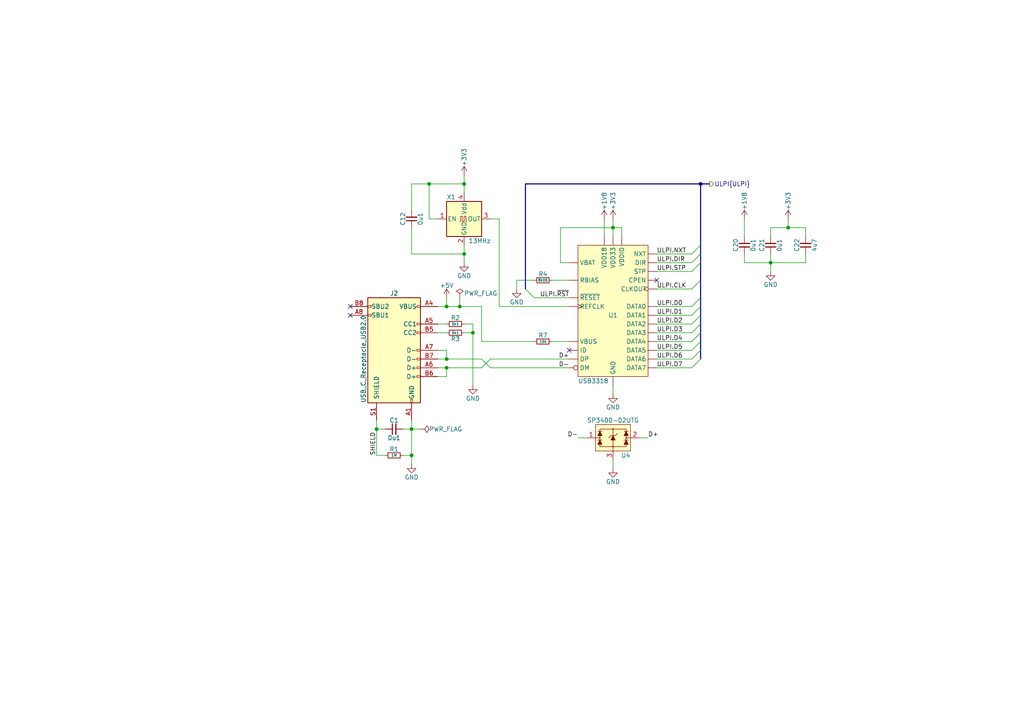
<source format=kicad_sch>
(kicad_sch (version 20211123) (generator eeschema)
  (paper "A4")
  (lib_symbols
    (symbol "DX-MON:SP3400-02UTG" (pin_names hide)
      (property "Reference" "U" (at 5.08 -5.08 0))
      (property "Value" "SP3400-02UTG" (at 0 5.08 0))
      (symbol "SP3400-02UTG_0_1"
        (rectangle (start -5.08 3.81) (end 5.08 -3.81) (stroke (width 0.1524)) (fill (type background)))
        (circle (center -3.81 0) (radius 0.127) (stroke (width 0.1524)))
        (circle (center 0 -2.54) (radius 0.127) (stroke (width 0.1524)))
        (polyline (pts (xy -4.445 -0.635) (xy -3.175 -0.635)) (stroke (width 0.1524)))
        (polyline (pts (xy -4.445 1.905) (xy -3.175 1.905)) (stroke (width 0.1524)))
        (polyline (pts (xy -3.81 0) (xy -5.08 0)) (stroke (width 0.1524)))
        (polyline (pts (xy -3.81 0.635) (xy -3.81 -0.635)) (stroke (width 0.1524)))
        (polyline (pts (xy 0 -2.54) (xy 0 -3.81)) (stroke (width 0.1524)))
        (polyline (pts (xy 0 -2.54) (xy 0 -0.635)) (stroke (width 0.1524)))
        (polyline (pts (xy 0 2.54) (xy 0 0.635)) (stroke (width 0.1524)))
        (polyline (pts (xy 3.175 -0.635) (xy 4.445 -0.635)) (stroke (width 0.1524)))
        (polyline (pts (xy 3.175 1.905) (xy 4.445 1.905)) (stroke (width 0.1524)))
        (polyline (pts (xy 3.81 0.635) (xy 3.81 -0.635)) (stroke (width 0.1524)))
        (polyline (pts (xy 5.08 0) (xy 3.81 0)) (stroke (width 0.1524)))
        (polyline (pts (xy -3.81 -0.635) (xy -4.445 -1.905) (xy -3.175 -1.905) (xy -3.81 -0.635)) (stroke (width 0.1524)) (fill (type outline)))
        (polyline (pts (xy -3.81 1.905) (xy -4.445 0.635) (xy -3.175 0.635) (xy -3.81 1.905)) (stroke (width 0.1524)) (fill (type outline)))
        (polyline (pts (xy -3.81 1.905) (xy -3.81 2.54) (xy 3.81 2.54) (xy 3.81 1.905)) (stroke (width 0.1524)))
        (polyline (pts (xy -1.27 0) (xy -0.635 0.635) (xy 0.635 0.635) (xy 1.27 1.27)) (stroke (width 0.1524)))
        (polyline (pts (xy 0 0.635) (xy -0.635 -0.635) (xy 0.635 -0.635) (xy 0 0.635)) (stroke (width 0.1524)) (fill (type outline)))
        (polyline (pts (xy 3.81 -1.905) (xy 3.81 -2.54) (xy -3.81 -2.54) (xy -3.81 -1.905)) (stroke (width 0.1524)))
        (polyline (pts (xy 3.81 -0.635) (xy 3.175 -1.905) (xy 4.445 -1.905) (xy 3.81 -0.635)) (stroke (width 0.1524)) (fill (type outline)))
        (polyline (pts (xy 3.81 1.905) (xy 3.175 0.635) (xy 4.445 0.635) (xy 3.81 1.905)) (stroke (width 0.1524)) (fill (type outline)))
        (circle (center 0 2.54) (radius 0.127) (stroke (width 0.1524)))
        (circle (center 3.81 0) (radius 0.127) (stroke (width 0.1524)))
      )
      (symbol "SP3400-02UTG_1_1"
        (pin passive line (at -7.62 0 0) (length 2.54) (name "IO1") (number "1"))
        (pin passive line (at 7.62 0 180) (length 2.54) (name "IO2") (number "2"))
        (pin passive line (at 0 -6.35 90) (length 2.54) (name "GND") (number "3"))
        (pin passive line (at 0 -6.35 90) (length 2.54) hide (name "GND") (number "4"))
        (pin passive line (at 7.62 0 180) (length 2.54) hide (name "NC") (number "5"))
        (pin passive line (at -7.62 0 0) (length 2.54) hide (name "NC") (number "6"))
      )
    )
    (symbol "DX-MON:TXC-8W" (pin_names (offset 0.254))
      (property "Reference" "X" (at -5.08 6.35 0))
      (property "Value" "TXC-8W" (at 1.27 -6.35 0))
      (symbol "TXC-8W_0_1"
        (rectangle (start -5.08 5.08) (end 5.08 -5.08) (stroke (width 0.254)) (fill (type background)))
        (polyline (pts (xy -1.27 -0.762) (xy -1.016 -0.762) (xy -1.016 0.762) (xy -0.508 0.762) (xy -0.508 -0.762) (xy 0 -0.762) (xy 0 0.762) (xy 0.508 0.762) (xy 0.508 -0.762) (xy 0.762 -0.762)))
      )
      (symbol "TXC-8W_1_1"
        (pin input line (at -7.62 0 0) (length 2.54) (name "EN") (number "1"))
        (pin power_in line (at 0 -7.62 90) (length 2.54) (name "GND") (number "2"))
        (pin output line (at 7.62 0 180) (length 2.54) (name "OUT") (number "3"))
        (pin power_in line (at 0 7.62 270) (length 2.54) (name "Vdd") (number "4"))
      )
    )
    (symbol "DX-MON:USB3318" (pin_numbers hide)
      (property "Reference" "U" (at 0 0 0))
      (property "Value" "USB3318" (at 10.16 -19.05 0))
      (symbol "USB3318_0_1"
        (rectangle (start -10.16 20.32) (end 10.16 -17.78) (stroke (width 0.1524)) (fill (type background)))
      )
      (symbol "USB3318_1_1"
        (pin input line (at 12.7 -10.16 180) (length 2.54) (name "ID") (number "1"))
        (pin bidirectional line (at -12.7 -10.16 0) (length 2.54) (name "DATA5") (number "10"))
        (pin bidirectional line (at -12.7 -7.62 0) (length 2.54) (name "DATA4") (number "11"))
        (pin output clock (at -12.7 7.62 0) (length 2.54) (name "CLKOUT") (number "12"))
        (pin bidirectional line (at -12.7 -5.08 0) (length 2.54) (name "DATA3") (number "13"))
        (pin bidirectional line (at -12.7 -2.54 0) (length 2.54) (name "DATA2") (number "14"))
        (pin bidirectional line (at -12.7 0 0) (length 2.54) (name "DATA1") (number "15"))
        (pin bidirectional line (at -12.7 2.54 0) (length 2.54) (name "DATA0") (number "16"))
        (pin power_in line (at -2.54 22.86 270) (length 2.54) (name "VDDIO") (number "17"))
        (pin output line (at -12.7 17.78 0) (length 2.54) (name "NXT") (number "18"))
        (pin output line (at -12.7 15.24 0) (length 2.54) (name "DIR") (number "19"))
        (pin input line (at 12.7 -7.62 180) (length 2.54) (name "VBUS") (number "2"))
        (pin input line (at -12.7 12.7 0) (length 2.54) (name "STP") (number "20"))
        (pin power_in line (at 2.54 22.86 270) (length 2.54) (name "VDD18") (number "21"))
        (pin input line (at 12.7 5.08 180) (length 2.54) (name "~{RESET}") (number "22"))
        (pin input clock (at 12.7 2.54 180) (length 2.54) (name "REFCLK") (number "23"))
        (pin passive line (at 12.7 10.16 180) (length 2.54) (name "RBIAS") (number "24"))
        (pin power_in line (at 0 -20.32 90) (length 2.54) (name "GND") (number "25"))
        (pin power_in line (at 12.7 15.24 180) (length 2.54) (name "VBAT") (number "3"))
        (pin power_in line (at 0 22.86 270) (length 2.54) (name "VDD33") (number "4"))
        (pin bidirectional inverted (at 12.7 -15.24 180) (length 2.54) (name "DM") (number "5"))
        (pin bidirectional line (at 12.7 -12.7 180) (length 2.54) (name "DP") (number "6"))
        (pin output line (at -12.7 10.16 0) (length 2.54) (name "CPEN") (number "7"))
        (pin bidirectional line (at -12.7 -15.24 0) (length 2.54) (name "DATA7") (number "8"))
        (pin bidirectional line (at -12.7 -12.7 0) (length 2.54) (name "DATA6") (number "9"))
      )
    )
    (symbol "DX_MON:USB_C_Receptacle_USB2.0" (pin_names (offset 1.016))
      (property "Reference" "J" (at 0 16.51 0))
      (property "Value" "USB_C_Receptacle_USB2.0" (at -8.89 -2.54 90))
      (symbol "USB_C_Receptacle_USB2.0_0_0"
        (rectangle (start -7.62 9.906) (end -6.604 10.414))
        (rectangle (start -7.62 12.446) (end -6.604 12.954))
        (rectangle (start 4.826 -15.24) (end 5.334 -14.224))
        (rectangle (start 7.62 -7.366) (end 6.604 -7.874))
        (rectangle (start 7.62 -4.826) (end 6.604 -5.334))
        (rectangle (start 7.62 -2.286) (end 6.604 -2.794))
        (rectangle (start 7.62 0.254) (end 6.604 -0.254))
        (rectangle (start 7.62 5.334) (end 6.604 4.826))
        (rectangle (start 7.62 7.874) (end 6.604 7.366))
        (rectangle (start 7.62 12.954) (end 6.604 12.446))
      )
      (symbol "USB_C_Receptacle_USB2.0_0_1"
        (rectangle (start -7.62 15.24) (end 7.62 -15.24) (stroke (width 0.254)) (fill (type background)))
      )
      (symbol "USB_C_Receptacle_USB2.0_1_1"
        (pin passive line (at 5.08 -20.32 90) (length 5.08) (name "GND") (number "A1"))
        (pin passive line (at 5.08 -20.32 90) (length 5.08) hide (name "GND") (number "A12"))
        (pin passive line (at 12.7 12.7 180) (length 5.08) (name "VBUS") (number "A4"))
        (pin bidirectional line (at 12.7 7.62 180) (length 5.08) (name "CC1") (number "A5"))
        (pin bidirectional line (at 12.7 -5.08 180) (length 5.08) (name "D+") (number "A6"))
        (pin bidirectional line (at 12.7 0 180) (length 5.08) (name "D-") (number "A7"))
        (pin bidirectional line (at -12.7 10.16 0) (length 5.08) (name "SBU1") (number "A8"))
        (pin passive line (at 12.7 12.7 180) (length 5.08) hide (name "VBUS") (number "A9"))
        (pin passive line (at 5.08 -20.32 90) (length 5.08) hide (name "GND") (number "B1"))
        (pin passive line (at 5.08 -20.32 90) (length 5.08) hide (name "GND") (number "B12"))
        (pin passive line (at 12.7 12.7 180) (length 5.08) hide (name "VBUS") (number "B4"))
        (pin bidirectional line (at 12.7 5.08 180) (length 5.08) (name "CC2") (number "B5"))
        (pin bidirectional line (at 12.7 -7.62 180) (length 5.08) (name "D+") (number "B6"))
        (pin bidirectional line (at 12.7 -2.54 180) (length 5.08) (name "D-") (number "B7"))
        (pin bidirectional line (at -12.7 12.7 0) (length 5.08) (name "SBU2") (number "B8"))
        (pin passive line (at 12.7 12.7 180) (length 5.08) hide (name "VBUS") (number "B9"))
        (pin passive line (at -5.08 -20.32 90) (length 5.08) (name "SHIELD") (number "S1"))
      )
    )
    (symbol "Device:C_Small" (pin_numbers hide) (pin_names (offset 0.254) hide)
      (property "Reference" "C" (at 0.254 1.778 0))
      (property "Value" "C_Small" (at 0.254 -2.032 0))
      (symbol "C_Small_0_1"
        (polyline (pts (xy -1.524 -0.508) (xy 1.524 -0.508)) (stroke (width 0.3302)))
        (polyline (pts (xy -1.524 0.508) (xy 1.524 0.508)) (stroke (width 0.3048)))
      )
      (symbol "C_Small_1_1"
        (pin passive line (at 0 2.54 270) (length 2.032) (name "~") (number "1"))
        (pin passive line (at 0 -2.54 90) (length 2.032) (name "~") (number "2"))
      )
    )
    (symbol "Device:R_Small" (pin_numbers hide) (pin_names (offset 0.254) hide)
      (property "Reference" "R" (at 0.762 0.508 0))
      (property "Value" "R_Small" (at 0.762 -1.016 0))
      (symbol "R_Small_0_1"
        (rectangle (start -0.762 1.778) (end 0.762 -1.778) (stroke (width 0.2032)))
      )
      (symbol "R_Small_1_1"
        (pin passive line (at 0 2.54 270) (length 0.762) (name "~") (number "1"))
        (pin passive line (at 0 -2.54 90) (length 0.762) (name "~") (number "2"))
      )
    )
    (symbol "power:+1V8" (power) (pin_names (offset 0))
      (property "Value" "+1V8" (at 0 3.556 0))
      (symbol "+1V8_0_1"
        (polyline (pts (xy -0.762 1.27) (xy 0 2.54)))
        (polyline (pts (xy 0 0) (xy 0 2.54)))
        (polyline (pts (xy 0 2.54) (xy 0.762 1.27)))
      )
      (symbol "+1V8_1_1"
        (pin power_in line (at 0 0 90) (length 0) hide (name "+1V8") (number "1"))
      )
    )
    (symbol "power:+3V3" (power) (pin_names (offset 0))
      (property "Value" "+3V3" (at 0 3.556 0))
      (symbol "+3V3_0_1"
        (polyline (pts (xy -0.762 1.27) (xy 0 2.54)))
        (polyline (pts (xy 0 0) (xy 0 2.54)))
        (polyline (pts (xy 0 2.54) (xy 0.762 1.27)))
      )
      (symbol "+3V3_1_1"
        (pin power_in line (at 0 0 90) (length 0) hide (name "+3V3") (number "1"))
      )
    )
    (symbol "power:+5V" (power) (pin_names (offset 0))
      (property "Value" "+5V" (at 0 3.556 0))
      (symbol "+5V_0_1"
        (polyline (pts (xy -0.762 1.27) (xy 0 2.54)))
        (polyline (pts (xy 0 0) (xy 0 2.54)))
        (polyline (pts (xy 0 2.54) (xy 0.762 1.27)))
      )
      (symbol "+5V_1_1"
        (pin power_in line (at 0 0 90) (length 0) hide (name "+5V") (number "1"))
      )
    )
    (symbol "power:GND" (power) (pin_names (offset 0))
      (property "Value" "GND" (at 0 -3.81 0))
      (symbol "GND_0_1"
        (polyline (pts (xy 0 0) (xy 0 -1.27) (xy 1.27 -1.27) (xy 0 -2.54) (xy -1.27 -1.27) (xy 0 -1.27)))
      )
      (symbol "GND_1_1"
        (pin power_in line (at 0 0 270) (length 0) hide (name "GND") (number "1"))
      )
    )
    (symbol "power:PWR_FLAG" (power) (pin_numbers hide) (pin_names (offset 0) hide)
      (property "Value" "PWR_FLAG" (at 0 3.81 0))
      (symbol "PWR_FLAG_0_0"
        (pin power_out line (at 0 0 90) (length 0) (name "pwr") (number "1"))
      )
      (symbol "PWR_FLAG_0_1"
        (polyline (pts (xy 0 0) (xy 0 1.27) (xy -1.016 1.905) (xy 0 2.54) (xy 1.016 1.905) (xy 0 1.27)))
      )
    )
  )
  (junction (at 134.62 53.34))
  (junction (at 228.6 66.04))
  (junction (at 133.35 88.9))
  (junction (at 129.54 88.9))
  (junction (at 119.38 124.46))
  (junction (at 119.38 132.08))
  (junction (at 124.46 53.34))
  (junction (at 129.54 104.14))
  (junction (at 109.22 124.46))
  (junction (at 129.54 106.68))
  (junction (at 134.62 73.66))
  (junction (at 223.52 76.2))
  (junction (at 177.8 66.04))
  (junction (at 203.2 53.34))
  (junction (at 137.16 96.52))
  (no_connect (at 165.1 101.6))
  (no_connect (at 101.6 88.9))
  (no_connect (at 190.5 81.28))
  (no_connect (at 101.6 91.44))
  (bus_entry (at 203.2 104.14) (size -2.54 2.54))
  (bus_entry (at 203.2 96.52) (size -2.54 2.54))
  (bus_entry (at 203.2 73.66) (size -2.54 2.54))
  (bus_entry (at 203.2 81.28) (size -2.54 2.54))
  (bus_entry (at 152.4 83.82) (size 2.54 2.54))
  (bus_entry (at 203.2 99.06) (size -2.54 2.54))
  (bus_entry (at 203.2 71.12) (size -2.54 2.54))
  (bus_entry (at 203.2 76.2) (size -2.54 2.54))
  (bus_entry (at 203.2 86.36) (size -2.54 2.54))
  (bus_entry (at 203.2 93.98) (size -2.54 2.54))
  (bus_entry (at 203.2 88.9) (size -2.54 2.54))
  (bus_entry (at 203.2 91.44) (size -2.54 2.54))
  (bus_entry (at 203.2 101.6) (size -2.54 2.54))
  (wire (pts (xy 223.52 76.2) (xy 223.52 78.74)))
  (wire (pts (xy 139.7 88.9) (xy 139.7 99.06)))
  (wire (pts (xy 133.35 88.9) (xy 139.7 88.9)))
  (wire (pts (xy 119.38 121.92) (xy 119.38 124.46)))
  (wire (pts (xy 134.62 50.8) (xy 134.62 53.34)))
  (wire (pts (xy 127 104.14) (xy 129.54 104.14)))
  (wire (pts (xy 127 109.22) (xy 129.54 109.22)))
  (wire (pts (xy 133.35 86.36) (xy 133.35 88.9)))
  (wire (pts (xy 129.54 106.68) (xy 139.7 106.68)))
  (bus (pts (xy 203.2 53.34) (xy 203.2 71.12)))
  (wire (pts (xy 177.8 133.35) (xy 177.8 135.89)))
  (bus (pts (xy 203.2 96.52) (xy 203.2 99.06)))
  (wire (pts (xy 187.96 127) (xy 185.42 127)))
  (wire (pts (xy 200.66 83.82) (xy 190.5 83.82)))
  (wire (pts (xy 200.66 73.66) (xy 190.5 73.66)))
  (wire (pts (xy 200.66 91.44) (xy 190.5 91.44)))
  (wire (pts (xy 165.1 88.9) (xy 144.78 88.9)))
  (wire (pts (xy 175.26 68.58) (xy 175.26 63.5)))
  (wire (pts (xy 233.68 73.66) (xy 233.68 76.2)))
  (wire (pts (xy 215.9 73.66) (xy 215.9 76.2)))
  (wire (pts (xy 111.76 124.46) (xy 109.22 124.46)))
  (wire (pts (xy 139.7 99.06) (xy 154.94 99.06)))
  (wire (pts (xy 233.68 66.04) (xy 228.6 66.04)))
  (wire (pts (xy 129.54 104.14) (xy 139.7 104.14)))
  (bus (pts (xy 205.74 53.34) (xy 203.2 53.34)))
  (bus (pts (xy 203.2 76.2) (xy 203.2 81.28)))
  (wire (pts (xy 129.54 93.98) (xy 127 93.98)))
  (wire (pts (xy 129.54 86.36) (xy 129.54 88.9)))
  (wire (pts (xy 139.7 106.68) (xy 142.24 104.14)))
  (wire (pts (xy 142.24 63.5) (xy 144.78 63.5)))
  (wire (pts (xy 119.38 53.34) (xy 124.46 53.34)))
  (wire (pts (xy 149.86 83.82) (xy 149.86 81.28)))
  (wire (pts (xy 119.38 60.96) (xy 119.38 53.34)))
  (bus (pts (xy 203.2 53.34) (xy 152.4 53.34)))
  (wire (pts (xy 109.22 124.46) (xy 109.22 132.08)))
  (wire (pts (xy 154.94 86.36) (xy 165.1 86.36)))
  (wire (pts (xy 137.16 96.52) (xy 137.16 93.98)))
  (wire (pts (xy 162.56 66.04) (xy 177.8 66.04)))
  (wire (pts (xy 200.66 88.9) (xy 190.5 88.9)))
  (bus (pts (xy 203.2 71.12) (xy 203.2 73.66)))
  (bus (pts (xy 203.2 91.44) (xy 203.2 93.98)))
  (wire (pts (xy 119.38 66.04) (xy 119.38 73.66)))
  (wire (pts (xy 223.52 68.58) (xy 223.52 66.04)))
  (wire (pts (xy 165.1 76.2) (xy 162.56 76.2)))
  (wire (pts (xy 134.62 53.34) (xy 124.46 53.34)))
  (wire (pts (xy 129.54 106.68) (xy 127 106.68)))
  (wire (pts (xy 233.68 76.2) (xy 223.52 76.2)))
  (wire (pts (xy 116.84 124.46) (xy 119.38 124.46)))
  (wire (pts (xy 162.56 76.2) (xy 162.56 66.04)))
  (bus (pts (xy 203.2 86.36) (xy 203.2 88.9)))
  (wire (pts (xy 119.38 73.66) (xy 134.62 73.66)))
  (wire (pts (xy 200.66 78.74) (xy 190.5 78.74)))
  (wire (pts (xy 121.92 124.46) (xy 119.38 124.46)))
  (wire (pts (xy 129.54 104.14) (xy 129.54 101.6)))
  (wire (pts (xy 200.66 99.06) (xy 190.5 99.06)))
  (wire (pts (xy 137.16 93.98) (xy 134.62 93.98)))
  (wire (pts (xy 215.9 68.58) (xy 215.9 63.5)))
  (bus (pts (xy 203.2 93.98) (xy 203.2 96.52)))
  (wire (pts (xy 129.54 101.6) (xy 127 101.6)))
  (wire (pts (xy 200.66 96.52) (xy 190.5 96.52)))
  (wire (pts (xy 170.18 127) (xy 167.64 127)))
  (wire (pts (xy 177.8 63.5) (xy 177.8 66.04)))
  (wire (pts (xy 200.66 104.14) (xy 190.5 104.14)))
  (wire (pts (xy 137.16 111.76) (xy 137.16 96.52)))
  (wire (pts (xy 134.62 96.52) (xy 137.16 96.52)))
  (bus (pts (xy 203.2 101.6) (xy 203.2 104.14)))
  (wire (pts (xy 177.8 66.04) (xy 177.8 68.58)))
  (wire (pts (xy 109.22 121.92) (xy 109.22 124.46)))
  (wire (pts (xy 119.38 132.08) (xy 119.38 134.62)))
  (wire (pts (xy 180.34 66.04) (xy 177.8 66.04)))
  (wire (pts (xy 200.66 93.98) (xy 190.5 93.98)))
  (wire (pts (xy 177.8 114.3) (xy 177.8 111.76)))
  (wire (pts (xy 233.68 68.58) (xy 233.68 66.04)))
  (wire (pts (xy 119.38 124.46) (xy 119.38 132.08)))
  (wire (pts (xy 144.78 63.5) (xy 144.78 88.9)))
  (wire (pts (xy 139.7 104.14) (xy 142.24 106.68)))
  (wire (pts (xy 129.54 109.22) (xy 129.54 106.68)))
  (bus (pts (xy 203.2 99.06) (xy 203.2 101.6)))
  (bus (pts (xy 152.4 53.34) (xy 152.4 83.82)))
  (wire (pts (xy 134.62 53.34) (xy 134.62 55.88)))
  (wire (pts (xy 127 96.52) (xy 129.54 96.52)))
  (wire (pts (xy 134.62 73.66) (xy 134.62 71.12)))
  (wire (pts (xy 127 88.9) (xy 129.54 88.9)))
  (wire (pts (xy 116.84 132.08) (xy 119.38 132.08)))
  (wire (pts (xy 200.66 76.2) (xy 190.5 76.2)))
  (wire (pts (xy 134.62 76.2) (xy 134.62 73.66)))
  (wire (pts (xy 180.34 68.58) (xy 180.34 66.04)))
  (wire (pts (xy 165.1 81.28) (xy 160.02 81.28)))
  (wire (pts (xy 160.02 99.06) (xy 165.1 99.06)))
  (wire (pts (xy 200.66 101.6) (xy 190.5 101.6)))
  (wire (pts (xy 142.24 104.14) (xy 165.1 104.14)))
  (wire (pts (xy 200.66 106.68) (xy 190.5 106.68)))
  (wire (pts (xy 223.52 66.04) (xy 228.6 66.04)))
  (bus (pts (xy 203.2 73.66) (xy 203.2 76.2)))
  (wire (pts (xy 228.6 66.04) (xy 228.6 63.5)))
  (wire (pts (xy 124.46 53.34) (xy 124.46 63.5)))
  (wire (pts (xy 129.54 88.9) (xy 133.35 88.9)))
  (bus (pts (xy 203.2 81.28) (xy 203.2 86.36)))
  (wire (pts (xy 109.22 132.08) (xy 111.76 132.08)))
  (wire (pts (xy 149.86 81.28) (xy 154.94 81.28)))
  (wire (pts (xy 142.24 106.68) (xy 165.1 106.68)))
  (bus (pts (xy 203.2 88.9) (xy 203.2 91.44)))
  (wire (pts (xy 223.52 73.66) (xy 223.52 76.2)))
  (wire (pts (xy 215.9 76.2) (xy 223.52 76.2)))
  (wire (pts (xy 124.46 63.5) (xy 127 63.5)))
  (label "D-" (at 165.1 106.68 180))
  (label "SHIELD" (at 109.22 132.08 90))
  (label "D-" (at 167.64 127 180))
  (label "ULPI.NXT" (at 190.5 73.66 0))
  (label "D+" (at 187.96 127 0))
  (label "D+" (at 165.1 104.14 180))
  (label "ULPI.D4" (at 190.5 99.06 0))
  (label "ULPI.DIR" (at 190.5 76.2 0))
  (label "ULPI.D6" (at 190.5 104.14 0))
  (label "ULPI.D2" (at 190.5 93.98 0))
  (label "ULPI.D7" (at 190.5 106.68 0))
  (label "ULPI.D3" (at 190.5 96.52 0))
  (label "ULPI.STP" (at 190.5 78.74 0))
  (label "ULPI.D1" (at 190.5 91.44 0))
  (label "ULPI.~{RST}" (at 165.1 86.36 180))
  (label "ULPI.D0" (at 190.5 88.9 0))
  (label "ULPI.CLK" (at 190.5 83.82 0))
  (label "ULPI.D5" (at 190.5 101.6 0))
  (hierarchical_label "ULPI{ULPI}" (shape output) (at 205.74 53.34 0))
  (symbol (lib_id "power:+1V8") (at 215.9 63.5 0) (unit 1)
    (property "Reference" "#PWR041" (effects hide))
    (property "Value" "+1V8" (at 215.9 60.96 90) (effects (justify left)))
  )
  (symbol (lib_id "power:+1V8") (at 175.26 63.5 0) (unit 1)
    (property "Reference" "#PWR031" (effects hide))
    (property "Value" "+1V8" (at 175.26 60.96 90) (effects (justify left)))
  )
  (symbol (lib_id "power:GND") (at 119.38 134.62 0) (unit 1)
    (property "Reference" "#PWR0103" (effects hide))
    (property "Value" "GND" (at 119.38 138.43 0))
  )
  (symbol (lib_id "power:+3V3") (at 228.6 63.5 0) (unit 1)
    (property "Reference" "#PWR043" (effects hide))
    (property "Value" "+3V3" (at 228.6 60.96 90) (effects (justify left)))
  )
  (symbol (lib_id "power:+5V") (at 129.54 86.36 0) (unit 1)
    (property "Reference" "#PWR0104" (effects hide))
    (property "Value" "+5V" (at 129.54 82.804 0))
  )
  (symbol (lib_id "DX_MON:USB_C_Receptacle_USB2.0") (at 114.3 101.6 0) (unit 1)
    (property "Reference" "J2" (at 114.3 85.09 0))
    (property "Value" "USB_C_Receptacle_USB2.0" (at 105.41 104.14 90))
    (property "Footprint" "rhais_usb:USB_C_Receptacle_HRO_TYPE-C-31-M-12" (effects hide))
    (property "Datasheet" "https://datasheet.lcsc.com/lcsc/2108131730_Korean-Hroparts-Elec-TYPE-C-31-M-12_C165948.pdf" (effects hide))
    (property "MFR" "Korean Hroparts" (effects hide))
    (property "MPN" "TYPE-C-31-M-12" (effects hide))
    (property "OC_LCSC" "C165948" (effects hide))
    (property "URL_LCSC" "https://lcsc.com/product-detail/USB-Connectors_Korean-Hroparts-Elec-TYPE-C-31-M-12_C165948.html" (effects hide))
  )
  (symbol (lib_id "Device:C_Small") (at 233.68 71.12 180) (unit 1)
    (property "Reference" "C22" (at 231.14 71.12 90))
    (property "Value" "4u7" (at 236.22 71.12 90))
    (property "Footprint" "rhais_rcl:C0603" (effects hide))
    (property "Datasheet" "https://product.tdk.com/system/files/dam/doc/product/capacitor/ceramic/mlcc/charasheet/c1608x5r1c475k080ac.pdf" (effects hide))
    (property "MFR" "TDK" (effects hide))
    (property "MPN" "C1608X5R1C475K080AC" (effects hide))
    (property "OC_DIGIKEY" "445-7478-1-ND" (effects hide))
    (property "URL_DIGIKEY" "https://www.digikey.com/en/products/detail/tdk-corporation/C1608X5R1C475K080AC/2732913" (effects hide))
  )
  (symbol (lib_id "Device:C_Small") (at 114.3 124.46 90) (unit 1)
    (property "Reference" "C1" (at 114.3 121.92 90))
    (property "Value" "0u1" (at 114.3 127 90))
    (property "Footprint" "rhais_rcl:C0603" (effects hide))
    (property "Datasheet" "https://product.tdk.com/system/files/dam/doc/product/capacitor/ceramic/mlcc/catalog/mlcc_automotive_general_en.pdf" (effects hide))
    (property "OC_FARNELL" "2310559" (effects hide))
    (property "URL_FARNELL" "https://uk.farnell.com/multicomp/mc0603b104j250ct/cap-0-1-f-25v-5-x7r-0603-reel/dp/2310559" (effects hide))
    (property "MFR" "TDK Corporation" (effects hide))
    (property "MPN" "CGA3E2X7R1E104K080AA" (effects hide))
    (property "OC_DIGIKEY" "445-5667-1-ND" (effects hide))
    (property "URL_DIGIKEY" "https://www.digikey.com/en/products/detail/tdk-corporation/CGA3E2X7R1E104K080AA/2443145" (effects hide))
  )
  (symbol (lib_id "Device:R_Small") (at 132.08 96.52 90) (mirror x) (unit 1)
    (property "Reference" "R3" (at 132.08 98.298 90))
    (property "Value" "5k1" (at 132.08 96.52 90) (effects (font (size 0.762 0.762))))
    (property "Footprint" "rhais_rcl:R0603" (effects hide))
    (property "Datasheet" "https://www.vishay.com/docs/20035/dcrcwe3.pdf" (effects hide))
    (property "MFR" "Vishay Dale" (effects hide))
    (property "MPN" "CRCW06035K10FKEA" (effects hide))
    (property "OC_DIGIKEY" "541-5.10KHCT-ND" (effects hide))
    (property "URL_DIGIKEY" "https://www.digikey.com/en/products/detail/vishay-dale/CRCW06035K10FKEA/1174748" (effects hide))
  )
  (symbol (lib_id "DX-MON:USB3318") (at 177.8 91.44 0) (mirror y) (unit 1)
    (property "Reference" "U1" (at 177.8 91.44 0))
    (property "Value" "USB3318" (at 167.64 110.49 0) (effects (justify right)))
    (property "Footprint" "rhais_package-qfn:QFN-24-1EP_4x4mm_P0.5mm_EP2.6x2.6mm" (effects hide))
    (property "Datasheet" "https://ww1.microchip.com/downloads/en/DeviceDoc/3318.pdf" (effects hide))
    (property "MFR" "Microchip Technology" (effects hide))
    (property "MPN" "USB3318-CP-TR" (effects hide))
    (property "OC_DIGIKEY" "638-1064-1-ND" (effects hide))
    (property "URL_DIGIKEY" "https://www.digikey.com/en/products/detail/microchip-technology/USB3318-CP-TR/1825071" (effects hide))
  )
  (symbol (lib_id "power:GND") (at 223.52 78.74 0) (unit 1)
    (property "Reference" "#PWR042" (effects hide))
    (property "Value" "GND" (at 223.52 82.55 0))
  )
  (symbol (lib_id "Device:R_Small") (at 114.3 132.08 90) (unit 1)
    (property "Reference" "R1" (at 114.3 130.302 90))
    (property "Value" "1M" (at 114.3 132.08 90) (effects (font (size 0.762 0.762))))
    (property "Footprint" "rhais_rcl:R0603" (effects hide))
    (property "Datasheet" "https://www.vishay.com/docs/20035/dcrcwe3.pdf" (effects hide))
    (property "MFR" "Vishay Dale" (effects hide))
    (property "MPN" "CRCW06031M00FKEA" (effects hide))
    (property "OC_DIGIKEY" "541-1.00MHCT-ND" (effects hide))
    (property "URL_DIGIKEY" "https://www.digikey.com/en/products/detail/vishay-dale/CRCW06031M00FKEA/1175010" (effects hide))
  )
  (symbol (lib_id "Device:R_Small") (at 157.48 81.28 90) (unit 1)
    (property "Reference" "R4" (at 157.48 79.502 90))
    (property "Value" "8k06" (at 157.48 81.28 90) (effects (font (size 0.762 0.762))))
    (property "Footprint" "rhais_rcl:R0603" (effects hide))
    (property "Datasheet" "https://www.vishay.com/docs/20035/dcrcwe3.pdf" (effects hide))
    (property "MFR" "Vishay Dale" (effects hide))
    (property "MPN" "CRCW06038K06FKEA" (effects hide))
    (property "OC_DIGIKEY" "541-8.06KHCT-ND" (effects hide))
    (property "URL_DIGIKEY" "https://www.digikey.com/en/products/detail/vishay-dale/CRCW06038K06FKEA/1174771" (effects hide))
  )
  (symbol (lib_id "power:GND") (at 149.86 83.82 0) (unit 1)
    (property "Reference" "#PWR03" (effects hide))
    (property "Value" "GND" (at 149.86 87.63 0))
  )
  (symbol (lib_id "Device:R_Small") (at 132.08 93.98 90) (unit 1)
    (property "Reference" "R2" (at 132.08 92.202 90))
    (property "Value" "5k1" (at 132.08 93.98 90) (effects (font (size 0.762 0.762))))
    (property "Footprint" "rhais_rcl:R0603" (effects hide))
    (property "Datasheet" "https://www.vishay.com/docs/20035/dcrcwe3.pdf" (effects hide))
    (property "MFR" "Vishay Dale" (effects hide))
    (property "MPN" "CRCW06035K10FKEA" (effects hide))
    (property "OC_DIGIKEY" "541-5.10KHCT-ND" (effects hide))
    (property "URL_DIGIKEY" "https://www.digikey.com/en/products/detail/vishay-dale/CRCW06035K10FKEA/1174748" (effects hide))
  )
  (symbol (lib_id "power:+3V3") (at 177.8 63.5 0) (unit 1)
    (property "Reference" "#PWR032" (effects hide))
    (property "Value" "+3V3" (at 177.8 60.96 90) (effects (justify left)))
  )
  (symbol (lib_id "Device:R_Small") (at 157.48 99.06 270) (mirror x) (unit 1)
    (property "Reference" "R7" (at 157.48 97.282 90))
    (property "Value" "10k" (at 157.48 99.06 90) (effects (font (size 0.762 0.762))))
    (property "Footprint" "rhais_rcl:R0603" (effects hide))
    (property "Datasheet" "https://www.vishay.com/docs/20035/dcrcwe3.pdf" (effects hide))
    (property "MFR" "Vishay Dale" (effects hide))
    (property "MPN" "CRCW060310K0FKEA" (effects hide))
    (property "OC_DIGIKEY" "541-10.0KHCT-ND" (effects hide))
    (property "URL_DIGIKEY" "https://www.digikey.com/en/products/detail/vishay-dale/CRCW060310K0FKEA/1174782" (effects hide))
  )
  (symbol (lib_id "Device:C_Small") (at 119.38 63.5 180) (unit 1)
    (property "Reference" "C12" (at 116.84 63.5 90))
    (property "Value" "0u1" (at 121.92 63.5 90))
    (property "Footprint" "rhais_rcl:C0603" (effects hide))
    (property "Datasheet" "https://product.tdk.com/system/files/dam/doc/product/capacitor/ceramic/mlcc/catalog/mlcc_automotive_general_en.pdf" (effects hide))
    (property "OC_FARNELL" "2310559" (effects hide))
    (property "URL_FARNELL" "https://uk.farnell.com/multicomp/mc0603b104j250ct/cap-0-1-f-25v-5-x7r-0603-reel/dp/2310559" (effects hide))
    (property "MFR" "TDK Corporation" (effects hide))
    (property "MPN" "CGA3E2X7R1E104K080AA" (effects hide))
    (property "OC_DIGIKEY" "445-5667-1-ND" (effects hide))
    (property "URL_DIGIKEY" "https://www.digikey.com/en/products/detail/tdk-corporation/CGA3E2X7R1E104K080AA/2443145" (effects hide))
  )
  (symbol (lib_id "Device:C_Small") (at 215.9 71.12 180) (unit 1)
    (property "Reference" "C20" (at 213.36 71.12 90))
    (property "Value" "0u1" (at 218.44 71.12 90))
    (property "Footprint" "rhais_rcl:C0603" (effects hide))
    (property "Datasheet" "https://product.tdk.com/system/files/dam/doc/product/capacitor/ceramic/mlcc/catalog/mlcc_automotive_general_en.pdf" (effects hide))
    (property "OC_FARNELL" "2310559" (effects hide))
    (property "URL_FARNELL" "https://uk.farnell.com/multicomp/mc0603b104j250ct/cap-0-1-f-25v-5-x7r-0603-reel/dp/2310559" (effects hide))
    (property "MFR" "TDK Corporation" (effects hide))
    (property "MPN" "CGA3E2X7R1E104K080AA" (effects hide))
    (property "OC_DIGIKEY" "445-5667-1-ND" (effects hide))
    (property "URL_DIGIKEY" "https://www.digikey.com/en/products/detail/tdk-corporation/CGA3E2X7R1E104K080AA/2443145" (effects hide))
  )
  (symbol (lib_id "power:+3V3") (at 134.62 50.8 0) (unit 1)
    (property "Reference" "#PWR029" (effects hide))
    (property "Value" "+3V3" (at 134.62 48.26 90) (effects (justify left)))
  )
  (symbol (lib_id "power:PWR_FLAG") (at 133.35 86.36 0) (unit 1)
    (property "Reference" "#FLG0102" (effects hide))
    (property "Value" "PWR_FLAG" (at 134.62 85.09 0) (effects (justify left)))
  )
  (symbol (lib_id "power:GND") (at 134.62 76.2 0) (unit 1)
    (property "Reference" "#PWR030" (effects hide))
    (property "Value" "GND" (at 134.62 80.01 0))
  )
  (symbol (lib_id "power:PWR_FLAG") (at 121.92 124.46 270) (unit 1)
    (property "Reference" "#FLG0101" (effects hide))
    (property "Value" "PWR_FLAG" (at 124.46 124.46 90) (effects (justify left)))
  )
  (symbol (lib_id "power:GND") (at 177.8 114.3 0) (unit 1)
    (property "Reference" "#PWR033" (effects hide))
    (property "Value" "GND" (at 177.8 118.11 0))
  )
  (symbol (lib_id "power:GND") (at 177.8 135.89 0) (unit 1)
    (property "Reference" "#PWR04" (effects hide))
    (property "Value" "GND" (at 177.8 139.7 0))
  )
  (symbol (lib_id "power:GND") (at 137.16 111.76 0) (unit 1)
    (property "Reference" "#PWR0105" (effects hide))
    (property "Value" "GND" (at 137.16 115.57 0))
  )
  (symbol (lib_id "DX-MON:SP3400-02UTG") (at 177.8 127 0) (unit 1)
    (property "Reference" "U4" (at 182.88 132.08 0) (effects (justify right)))
    (property "Value" "SP3400-02UTG" (at 177.8 121.92 0))
    (property "Footprint" "rhais_package-qfn:UDFN-6L" (effects hide))
    (property "Datasheet" "https://www.littelfuse.com/~/media/electronics/datasheets/tvs_diode_arrays/littelfuse_tvs_diode_array_sp3400_datasheet.pdf" (effects hide))
    (property "MFR" "Littlefuse" (effects hide))
    (property "MPN" "SP3400-02UTG" (effects hide))
    (property "OC_DIGIKEY" "SP3400-02UTGCT-ND" (effects hide))
    (property "URL_DIGIKEY" "https://www.digikey.com/en/products/detail/littelfuse-inc/SP3400-02UTG/9843419" (effects hide))
  )
  (symbol (lib_id "Device:C_Small") (at 223.52 71.12 180) (unit 1)
    (property "Reference" "C21" (at 220.98 71.12 90))
    (property "Value" "0u1" (at 226.06 71.12 90))
    (property "Footprint" "rhais_rcl:C0603" (effects hide))
    (property "Datasheet" "https://product.tdk.com/system/files/dam/doc/product/capacitor/ceramic/mlcc/catalog/mlcc_automotive_general_en.pdf" (effects hide))
    (property "OC_FARNELL" "2310559" (effects hide))
    (property "URL_FARNELL" "https://uk.farnell.com/multicomp/mc0603b104j250ct/cap-0-1-f-25v-5-x7r-0603-reel/dp/2310559" (effects hide))
    (property "MFR" "TDK Corporation" (effects hide))
    (property "MPN" "CGA3E2X7R1E104K080AA" (effects hide))
    (property "OC_DIGIKEY" "445-5667-1-ND" (effects hide))
    (property "URL_DIGIKEY" "https://www.digikey.com/en/products/detail/tdk-corporation/CGA3E2X7R1E104K080AA/2443145" (effects hide))
  )
  (symbol (lib_id "DX-MON:TXC-8W") (at 134.62 63.5 0) (unit 1)
    (property "Reference" "X1" (at 129.54 57.15 0) (effects (justify left)))
    (property "Value" "13MHz" (at 135.89 69.85 0) (effects (justify left)))
    (property "Footprint" "rhais_osc:SMD2520" (effects hide))
    (property "Datasheet" "http://www.txccorp.com/download/products/osc/8W_o.pdf" (effects hide))
    (property "MFR" "TXC" (effects hide))
    (property "MPN" "8W-13.000MBE-T" (effects hide))
    (property "OC_DIGIKEY" "887-2539-1-ND" (effects hide))
    (property "URL_DIGIKEY" "https://www.digikey.com/en/products/detail/txc-corporation/8W-13-000MBE-T/5222441" (effects hide))
  )
)
</source>
